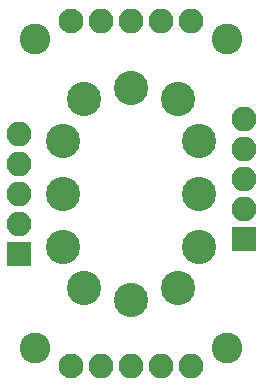
<source format=gbs>
G04 #@! TF.FileFunction,Soldermask,Bot*
%FSLAX46Y46*%
G04 Gerber Fmt 4.6, Leading zero omitted, Abs format (unit mm)*
G04 Created by KiCad (PCBNEW 4.0.4-stable) date 12/10/17 21:58:31*
%MOMM*%
%LPD*%
G01*
G04 APERTURE LIST*
%ADD10C,0.100000*%
%ADD11C,2.600000*%
%ADD12C,2.900000*%
%ADD13C,2.100000*%
%ADD14O,2.100000X2.100000*%
%ADD15R,2.100000X2.100000*%
G04 APERTURE END LIST*
D10*
D11*
X8128000Y-13081000D03*
X8128000Y13081000D03*
X-8128000Y13081000D03*
X-8128000Y-13081000D03*
D12*
X0Y9000000D03*
X-4000000Y8000000D03*
X-5750000Y4500000D03*
X-5750000Y0D03*
X5750000Y0D03*
X5750000Y4500000D03*
X4000000Y8000000D03*
X-5750000Y-4500000D03*
X5750000Y-4500000D03*
X0Y-9000000D03*
X4000000Y-8000000D03*
X-4000000Y-8000000D03*
D13*
X-5080000Y14605000D03*
D14*
X-2540000Y14605000D03*
X0Y14605000D03*
X2540000Y14605000D03*
X5080000Y14605000D03*
D15*
X-9525000Y-5080000D03*
D14*
X-9525000Y-2540000D03*
X-9525000Y0D03*
X-9525000Y2540000D03*
X-9525000Y5080000D03*
D13*
X-5080000Y-14605000D03*
D14*
X-2540000Y-14605000D03*
X0Y-14605000D03*
X2540000Y-14605000D03*
X5080000Y-14605000D03*
D15*
X9525000Y-3810000D03*
D14*
X9525000Y-1270000D03*
X9525000Y1270000D03*
X9525000Y3810000D03*
X9525000Y6350000D03*
M02*

</source>
